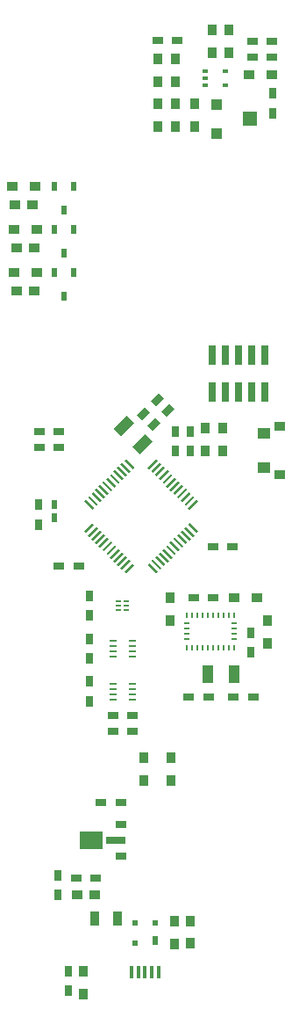
<source format=gbr>
G04 #@! TF.FileFunction,Paste,Top*
%FSLAX46Y46*%
G04 Gerber Fmt 4.6, Leading zero omitted, Abs format (unit mm)*
G04 Created by KiCad (PCBNEW 4.0.6) date 07/26/17 14:40:23*
%MOMM*%
%LPD*%
G01*
G04 APERTURE LIST*
%ADD10C,0.100000*%
%ADD11R,0.675000X1.080000*%
%ADD12R,1.080000X0.675000*%
%ADD13R,0.630000X0.810000*%
%ADD14R,0.810000X1.080000*%
%ADD15R,1.080000X0.810000*%
%ADD16R,1.170000X1.035000*%
%ADD17R,0.477000X0.252000*%
%ADD18R,0.765000X0.270000*%
%ADD19R,0.225000X0.607500*%
%ADD20R,0.517500X0.225000*%
%ADD21R,0.990000X1.710000*%
%ADD22R,0.675000X1.890000*%
%ADD23R,0.990000X0.900000*%
%ADD24R,0.585000X0.945000*%
%ADD25R,0.630000X0.900000*%
%ADD26R,0.630000X0.540000*%
%ADD27R,0.360000X1.215000*%
%ADD28R,1.080000X0.720000*%
%ADD29R,1.980000X0.720000*%
%ADD30R,2.250000X1.800000*%
%ADD31R,0.900000X1.350000*%
%ADD32R,1.080000X1.080000*%
%ADD33R,1.350000X1.440000*%
%ADD34R,0.630000X0.360000*%
G04 APERTURE END LIST*
D10*
G36*
X14416640Y32673937D02*
X14893937Y32196640D01*
X14130262Y31432965D01*
X13652965Y31910262D01*
X14416640Y32673937D01*
X14416640Y32673937D01*
G37*
G36*
X13073138Y31330435D02*
X13550435Y30853138D01*
X12786760Y30089463D01*
X12309463Y30566760D01*
X13073138Y31330435D01*
X13073138Y31330435D01*
G37*
G36*
X15432640Y31657937D02*
X15909937Y31180640D01*
X15146262Y30416965D01*
X14668965Y30894262D01*
X15432640Y31657937D01*
X15432640Y31657937D01*
G37*
G36*
X14089138Y30314435D02*
X14566435Y29837138D01*
X13802760Y29073463D01*
X13325463Y29550760D01*
X14089138Y30314435D01*
X14089138Y30314435D01*
G37*
D11*
X16040100Y27104300D03*
X16040100Y29004300D03*
X2794000Y21905000D03*
X2794000Y20005000D03*
X17437100Y27104300D03*
X17437100Y29004300D03*
D12*
X4760000Y28956000D03*
X2860000Y28956000D03*
X19624000Y17907000D03*
X21524000Y17907000D03*
X6665000Y16002000D03*
X4765000Y16002000D03*
X4760000Y27432000D03*
X2860000Y27432000D03*
D11*
X7747000Y11242000D03*
X7747000Y13142000D03*
X7747000Y4887000D03*
X7747000Y2987000D03*
D12*
X9972000Y127000D03*
X11872000Y127000D03*
X9972000Y1651000D03*
X11872000Y1651000D03*
X21636682Y3416680D03*
X23536682Y3416680D03*
D11*
X23293679Y9609817D03*
X23293679Y7709817D03*
D12*
X19218682Y3416680D03*
X17318682Y3416680D03*
X17771679Y12977817D03*
X19671679Y12977817D03*
D11*
X7717952Y9012470D03*
X7717952Y7112470D03*
D13*
X4318000Y21971000D03*
X4318000Y20671000D03*
D14*
X18923000Y27094000D03*
X18923000Y29294000D03*
X20574000Y27094000D03*
X20574000Y29294000D03*
X15546679Y10734817D03*
X15546679Y12934817D03*
D15*
X21685679Y12977817D03*
X23885679Y12977817D03*
D14*
X24892000Y10752000D03*
X24892000Y8552000D03*
D16*
X24526300Y28814000D03*
X24526300Y25464000D03*
D15*
X26076300Y24839000D03*
X26076300Y29439000D03*
D10*
G36*
X11075422Y26182566D02*
X11234521Y26341665D01*
X12061836Y25514350D01*
X11902737Y25355251D01*
X11075422Y26182566D01*
X11075422Y26182566D01*
G37*
G36*
X10721869Y25829013D02*
X10880968Y25988112D01*
X11708283Y25160797D01*
X11549184Y25001698D01*
X10721869Y25829013D01*
X10721869Y25829013D01*
G37*
G36*
X10368315Y25475459D02*
X10527414Y25634558D01*
X11354729Y24807243D01*
X11195630Y24648144D01*
X10368315Y25475459D01*
X10368315Y25475459D01*
G37*
G36*
X10014762Y25121906D02*
X10173861Y25281005D01*
X11001176Y24453690D01*
X10842077Y24294591D01*
X10014762Y25121906D01*
X10014762Y25121906D01*
G37*
G36*
X9661209Y24768353D02*
X9820308Y24927452D01*
X10647623Y24100137D01*
X10488524Y23941038D01*
X9661209Y24768353D01*
X9661209Y24768353D01*
G37*
G36*
X9307655Y24414799D02*
X9466754Y24573898D01*
X10294069Y23746583D01*
X10134970Y23587484D01*
X9307655Y24414799D01*
X9307655Y24414799D01*
G37*
G36*
X8954102Y24061246D02*
X9113201Y24220345D01*
X9940516Y23393030D01*
X9781417Y23233931D01*
X8954102Y24061246D01*
X8954102Y24061246D01*
G37*
G36*
X8600548Y23707692D02*
X8759647Y23866791D01*
X9586962Y23039476D01*
X9427863Y22880377D01*
X8600548Y23707692D01*
X8600548Y23707692D01*
G37*
G36*
X8246995Y23354139D02*
X8406094Y23513238D01*
X9233409Y22685923D01*
X9074310Y22526824D01*
X8246995Y23354139D01*
X8246995Y23354139D01*
G37*
G36*
X7893442Y23000586D02*
X8052541Y23159685D01*
X8879856Y22332370D01*
X8720757Y22173271D01*
X7893442Y23000586D01*
X7893442Y23000586D01*
G37*
G36*
X7539888Y22647032D02*
X7698987Y22806131D01*
X8526302Y21978816D01*
X8367203Y21819717D01*
X7539888Y22647032D01*
X7539888Y22647032D01*
G37*
G36*
X7186335Y22293479D02*
X7345434Y22452578D01*
X8172749Y21625263D01*
X8013650Y21466164D01*
X7186335Y22293479D01*
X7186335Y22293479D01*
G37*
G36*
X7345434Y19203422D02*
X7186335Y19362521D01*
X8013650Y20189836D01*
X8172749Y20030737D01*
X7345434Y19203422D01*
X7345434Y19203422D01*
G37*
G36*
X7698987Y18849869D02*
X7539888Y19008968D01*
X8367203Y19836283D01*
X8526302Y19677184D01*
X7698987Y18849869D01*
X7698987Y18849869D01*
G37*
G36*
X8052541Y18496315D02*
X7893442Y18655414D01*
X8720757Y19482729D01*
X8879856Y19323630D01*
X8052541Y18496315D01*
X8052541Y18496315D01*
G37*
G36*
X8406094Y18142762D02*
X8246995Y18301861D01*
X9074310Y19129176D01*
X9233409Y18970077D01*
X8406094Y18142762D01*
X8406094Y18142762D01*
G37*
G36*
X8759647Y17789209D02*
X8600548Y17948308D01*
X9427863Y18775623D01*
X9586962Y18616524D01*
X8759647Y17789209D01*
X8759647Y17789209D01*
G37*
G36*
X9113201Y17435655D02*
X8954102Y17594754D01*
X9781417Y18422069D01*
X9940516Y18262970D01*
X9113201Y17435655D01*
X9113201Y17435655D01*
G37*
G36*
X9466754Y17082102D02*
X9307655Y17241201D01*
X10134970Y18068516D01*
X10294069Y17909417D01*
X9466754Y17082102D01*
X9466754Y17082102D01*
G37*
G36*
X9820308Y16728548D02*
X9661209Y16887647D01*
X10488524Y17714962D01*
X10647623Y17555863D01*
X9820308Y16728548D01*
X9820308Y16728548D01*
G37*
G36*
X10173861Y16374995D02*
X10014762Y16534094D01*
X10842077Y17361409D01*
X11001176Y17202310D01*
X10173861Y16374995D01*
X10173861Y16374995D01*
G37*
G36*
X10527414Y16021442D02*
X10368315Y16180541D01*
X11195630Y17007856D01*
X11354729Y16848757D01*
X10527414Y16021442D01*
X10527414Y16021442D01*
G37*
G36*
X10880968Y15667888D02*
X10721869Y15826987D01*
X11549184Y16654302D01*
X11708283Y16495203D01*
X10880968Y15667888D01*
X10880968Y15667888D01*
G37*
G36*
X11234521Y15314335D02*
X11075422Y15473434D01*
X11902737Y16300749D01*
X12061836Y16141650D01*
X11234521Y15314335D01*
X11234521Y15314335D01*
G37*
G36*
X13338164Y16141650D02*
X13497263Y16300749D01*
X14324578Y15473434D01*
X14165479Y15314335D01*
X13338164Y16141650D01*
X13338164Y16141650D01*
G37*
G36*
X13691717Y16495203D02*
X13850816Y16654302D01*
X14678131Y15826987D01*
X14519032Y15667888D01*
X13691717Y16495203D01*
X13691717Y16495203D01*
G37*
G36*
X14045271Y16848757D02*
X14204370Y17007856D01*
X15031685Y16180541D01*
X14872586Y16021442D01*
X14045271Y16848757D01*
X14045271Y16848757D01*
G37*
G36*
X14398824Y17202310D02*
X14557923Y17361409D01*
X15385238Y16534094D01*
X15226139Y16374995D01*
X14398824Y17202310D01*
X14398824Y17202310D01*
G37*
G36*
X14752377Y17555863D02*
X14911476Y17714962D01*
X15738791Y16887647D01*
X15579692Y16728548D01*
X14752377Y17555863D01*
X14752377Y17555863D01*
G37*
G36*
X15105931Y17909417D02*
X15265030Y18068516D01*
X16092345Y17241201D01*
X15933246Y17082102D01*
X15105931Y17909417D01*
X15105931Y17909417D01*
G37*
G36*
X15459484Y18262970D02*
X15618583Y18422069D01*
X16445898Y17594754D01*
X16286799Y17435655D01*
X15459484Y18262970D01*
X15459484Y18262970D01*
G37*
G36*
X15813038Y18616524D02*
X15972137Y18775623D01*
X16799452Y17948308D01*
X16640353Y17789209D01*
X15813038Y18616524D01*
X15813038Y18616524D01*
G37*
G36*
X16166591Y18970077D02*
X16325690Y19129176D01*
X17153005Y18301861D01*
X16993906Y18142762D01*
X16166591Y18970077D01*
X16166591Y18970077D01*
G37*
G36*
X16520144Y19323630D02*
X16679243Y19482729D01*
X17506558Y18655414D01*
X17347459Y18496315D01*
X16520144Y19323630D01*
X16520144Y19323630D01*
G37*
G36*
X16873698Y19677184D02*
X17032797Y19836283D01*
X17860112Y19008968D01*
X17701013Y18849869D01*
X16873698Y19677184D01*
X16873698Y19677184D01*
G37*
G36*
X17227251Y20030737D02*
X17386350Y20189836D01*
X18213665Y19362521D01*
X18054566Y19203422D01*
X17227251Y20030737D01*
X17227251Y20030737D01*
G37*
G36*
X17386350Y21466164D02*
X17227251Y21625263D01*
X18054566Y22452578D01*
X18213665Y22293479D01*
X17386350Y21466164D01*
X17386350Y21466164D01*
G37*
G36*
X17032797Y21819717D02*
X16873698Y21978816D01*
X17701013Y22806131D01*
X17860112Y22647032D01*
X17032797Y21819717D01*
X17032797Y21819717D01*
G37*
G36*
X16679243Y22173271D02*
X16520144Y22332370D01*
X17347459Y23159685D01*
X17506558Y23000586D01*
X16679243Y22173271D01*
X16679243Y22173271D01*
G37*
G36*
X16325690Y22526824D02*
X16166591Y22685923D01*
X16993906Y23513238D01*
X17153005Y23354139D01*
X16325690Y22526824D01*
X16325690Y22526824D01*
G37*
G36*
X15972137Y22880377D02*
X15813038Y23039476D01*
X16640353Y23866791D01*
X16799452Y23707692D01*
X15972137Y22880377D01*
X15972137Y22880377D01*
G37*
G36*
X15618583Y23233931D02*
X15459484Y23393030D01*
X16286799Y24220345D01*
X16445898Y24061246D01*
X15618583Y23233931D01*
X15618583Y23233931D01*
G37*
G36*
X15265030Y23587484D02*
X15105931Y23746583D01*
X15933246Y24573898D01*
X16092345Y24414799D01*
X15265030Y23587484D01*
X15265030Y23587484D01*
G37*
G36*
X14911476Y23941038D02*
X14752377Y24100137D01*
X15579692Y24927452D01*
X15738791Y24768353D01*
X14911476Y23941038D01*
X14911476Y23941038D01*
G37*
G36*
X14557923Y24294591D02*
X14398824Y24453690D01*
X15226139Y25281005D01*
X15385238Y25121906D01*
X14557923Y24294591D01*
X14557923Y24294591D01*
G37*
G36*
X14204370Y24648144D02*
X14045271Y24807243D01*
X14872586Y25634558D01*
X15031685Y25475459D01*
X14204370Y24648144D01*
X14204370Y24648144D01*
G37*
G36*
X13850816Y25001698D02*
X13691717Y25160797D01*
X14519032Y25988112D01*
X14678131Y25829013D01*
X13850816Y25001698D01*
X13850816Y25001698D01*
G37*
G36*
X13497263Y25355251D02*
X13338164Y25514350D01*
X14165479Y26341665D01*
X14324578Y26182566D01*
X13497263Y25355251D01*
X13497263Y25355251D01*
G37*
D17*
X11290000Y11792000D03*
X11290000Y12192000D03*
X11290000Y12592000D03*
X10554000Y12592000D03*
X10554000Y12192000D03*
X10554000Y11792000D03*
D18*
X9972000Y4687000D03*
X9972000Y4187000D03*
X9972000Y3687000D03*
X9972000Y3187000D03*
X11872000Y3187000D03*
X11872000Y3687000D03*
X11872000Y4187000D03*
X11872000Y4687000D03*
D19*
X21649682Y8165680D03*
X21149682Y8165680D03*
X20649682Y8165680D03*
X20149682Y8165680D03*
X19649682Y8165680D03*
X19149682Y8165680D03*
X18649682Y8165680D03*
X18149682Y8165680D03*
X17649682Y8165680D03*
X17149682Y8165680D03*
X21649682Y11290680D03*
X21149682Y11290680D03*
X20649682Y11290680D03*
X20149682Y11290680D03*
X19649682Y11290680D03*
X19149682Y11290680D03*
X18649682Y11290680D03*
X18149682Y11290680D03*
X17649682Y11290680D03*
X17149682Y11290680D03*
D20*
X21712182Y8978180D03*
X21712182Y9478180D03*
X21712182Y9978180D03*
X21712182Y10478180D03*
X17087182Y8978180D03*
X17087182Y9478180D03*
X17087182Y9978180D03*
X17087182Y10478180D03*
D18*
X11872000Y7324470D03*
X11872000Y7824470D03*
X11872000Y8324470D03*
X11872000Y8824470D03*
X9972000Y8824470D03*
X9972000Y8324470D03*
X9972000Y7824470D03*
X9972000Y7324470D03*
D10*
G36*
X10099523Y29267825D02*
X11308675Y30476977D01*
X12008711Y29776941D01*
X10799559Y28567789D01*
X10099523Y29267825D01*
X10099523Y29267825D01*
G37*
G36*
X11867289Y27500059D02*
X13076441Y28709211D01*
X13776477Y28009175D01*
X12567325Y26800023D01*
X11867289Y27500059D01*
X11867289Y27500059D01*
G37*
D21*
X21677682Y5575680D03*
X19177682Y5575680D03*
D22*
X19558000Y36366000D03*
X19558000Y32766000D03*
X20828000Y36366000D03*
X20828000Y32766000D03*
X22098000Y36366000D03*
X22098000Y32766000D03*
X23368000Y36366000D03*
X23368000Y32766000D03*
X24638000Y36366000D03*
X24638000Y32766000D03*
D23*
X2424800Y42494200D03*
X724800Y42494200D03*
X2385800Y46672500D03*
X685800Y46672500D03*
X2246100Y50812700D03*
X546100Y50812700D03*
D24*
X6207800Y44279200D03*
X4307800Y44279200D03*
X5257800Y41979200D03*
X6207800Y48464500D03*
X4307800Y48464500D03*
X5257800Y46164500D03*
X6195100Y52597700D03*
X4295100Y52597700D03*
X5245100Y50297700D03*
D14*
X12954000Y-4656000D03*
X12954000Y-2456000D03*
X15621000Y-4656000D03*
X15621000Y-2456000D03*
D11*
X4699000Y-15669300D03*
X4699000Y-13769300D03*
X5651500Y-23002200D03*
X5651500Y-24902200D03*
D12*
X8320749Y-14040155D03*
X6420749Y-14040155D03*
X10741700Y-6794500D03*
X8841700Y-6794500D03*
D25*
X14106400Y-20066700D03*
D26*
X14106400Y-18366700D03*
X12106400Y-18366700D03*
X12106400Y-20266700D03*
D27*
X11781000Y-23086400D03*
X12431000Y-23086400D03*
X13081000Y-23086400D03*
X13731000Y-23086400D03*
X14381000Y-23086400D03*
D23*
X6520749Y-15678455D03*
X8220749Y-15678455D03*
D14*
X17437005Y-18145311D03*
X17437005Y-20345311D03*
X15900305Y-20358011D03*
X15900305Y-18158011D03*
X7137400Y-23004600D03*
X7137400Y-25204600D03*
D28*
X10756900Y-11899900D03*
D29*
X10256900Y-10399900D03*
D28*
X10756900Y-8899900D03*
D30*
X7906900Y-10399900D03*
D12*
X25334000Y66548000D03*
X23434000Y66548000D03*
X14290000Y66675000D03*
X16190000Y66675000D03*
X23434000Y65024000D03*
X25334000Y65024000D03*
D11*
X25400000Y59629000D03*
X25400000Y61529000D03*
D31*
X8234500Y-17970500D03*
X10434500Y-17970500D03*
D14*
X14351000Y60536000D03*
X14351000Y58336000D03*
X16002000Y60536000D03*
X16002000Y58336000D03*
X21209000Y65448000D03*
X21209000Y67648000D03*
X19558000Y67648000D03*
X19558000Y65448000D03*
D15*
X23157000Y63373000D03*
X25357000Y63373000D03*
D14*
X14351000Y62654000D03*
X14351000Y64854000D03*
X16002000Y64854000D03*
X16002000Y62654000D03*
X17907000Y58336000D03*
X17907000Y60536000D03*
D32*
X19991000Y60477000D03*
X19991000Y57677000D03*
D33*
X23241000Y59077000D03*
D15*
X474800Y44272200D03*
X2674800Y44272200D03*
X435800Y48450500D03*
X2635800Y48450500D03*
X296100Y52590700D03*
X2496100Y52590700D03*
D34*
X18923000Y63657000D03*
X18923000Y63007000D03*
X18923000Y62357000D03*
X20823000Y62357000D03*
X20823000Y63657000D03*
M02*

</source>
